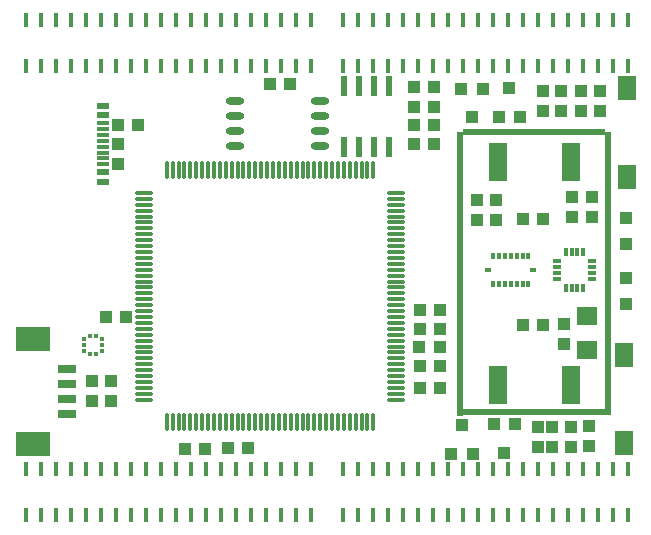
<source format=gtp>
G04*
G04 #@! TF.GenerationSoftware,Altium Limited,Altium Designer,24.4.1 (13)*
G04*
G04 Layer_Color=8421504*
%FSLAX44Y44*%
%MOMM*%
G71*
G04*
G04 #@! TF.SameCoordinates,9A945CEE-F102-44BA-A3C3-DB53B066AAF5*
G04*
G04*
G04 #@! TF.FilePolarity,Positive*
G04*
G01*
G75*
%ADD15R,1.0000X1.1000*%
%ADD16R,1.1400X0.6000*%
%ADD17R,1.1400X0.3000*%
%ADD18R,12.0000X0.5000*%
%ADD19R,1.6000X3.3000*%
%ADD20R,0.5000X12.0000*%
%ADD21R,3.0000X2.1000*%
%ADD22R,1.6000X0.8000*%
G04:AMPARAMS|DCode=23|XSize=0.38mm|YSize=0.35mm|CornerRadius=0.0158mm|HoleSize=0mm|Usage=FLASHONLY|Rotation=180.000|XOffset=0mm|YOffset=0mm|HoleType=Round|Shape=RoundedRectangle|*
%AMROUNDEDRECTD23*
21,1,0.3800,0.3185,0,0,180.0*
21,1,0.3485,0.3500,0,0,180.0*
1,1,0.0315,-0.1743,0.1593*
1,1,0.0315,0.1743,0.1593*
1,1,0.0315,0.1743,-0.1593*
1,1,0.0315,-0.1743,-0.1593*
%
%ADD23ROUNDEDRECTD23*%
%ADD24R,0.4500X1.2000*%
%ADD25O,1.6000X0.6000*%
%ADD26R,0.5900X1.7500*%
G04:AMPARAMS|DCode=27|XSize=1.47mm|YSize=0.28mm|CornerRadius=0.035mm|HoleSize=0mm|Usage=FLASHONLY|Rotation=180.000|XOffset=0mm|YOffset=0mm|HoleType=Round|Shape=RoundedRectangle|*
%AMROUNDEDRECTD27*
21,1,1.4700,0.2100,0,0,180.0*
21,1,1.4000,0.2800,0,0,180.0*
1,1,0.0700,-0.7000,0.1050*
1,1,0.0700,0.7000,0.1050*
1,1,0.0700,0.7000,-0.1050*
1,1,0.0700,-0.7000,-0.1050*
%
%ADD27ROUNDEDRECTD27*%
G04:AMPARAMS|DCode=28|XSize=1.47mm|YSize=0.28mm|CornerRadius=0.035mm|HoleSize=0mm|Usage=FLASHONLY|Rotation=90.000|XOffset=0mm|YOffset=0mm|HoleType=Round|Shape=RoundedRectangle|*
%AMROUNDEDRECTD28*
21,1,1.4700,0.2100,0,0,90.0*
21,1,1.4000,0.2800,0,0,90.0*
1,1,0.0700,0.1050,0.7000*
1,1,0.0700,0.1050,-0.7000*
1,1,0.0700,-0.1050,-0.7000*
1,1,0.0700,-0.1050,0.7000*
%
%ADD28ROUNDEDRECTD28*%
%ADD29R,1.1000X1.0000*%
%ADD30R,1.0000X1.0000*%
%ADD31R,1.5000X2.0000*%
%ADD32R,0.5900X0.3500*%
%ADD33R,0.3500X0.5900*%
%ADD34R,0.3000X0.7000*%
%ADD35R,0.7000X0.3000*%
%ADD36R,1.8000X1.6000*%
%ADD37R,1.1000X1.1000*%
D15*
X287750Y1320250D02*
D03*
Y1303250D02*
D03*
X663000Y1348250D02*
D03*
Y1365250D02*
D03*
X680000D02*
D03*
Y1348250D02*
D03*
X592250Y1255250D02*
D03*
Y1272250D02*
D03*
X608250Y1255250D02*
D03*
Y1272250D02*
D03*
X689250Y1258000D02*
D03*
Y1275000D02*
D03*
X672750Y1258000D02*
D03*
Y1275000D02*
D03*
X665750Y1150500D02*
D03*
Y1167500D02*
D03*
X695750Y1348250D02*
D03*
Y1365250D02*
D03*
X266250Y1119250D02*
D03*
Y1102250D02*
D03*
X282500Y1119250D02*
D03*
Y1102250D02*
D03*
X647500Y1365000D02*
D03*
Y1348000D02*
D03*
X671500Y1063750D02*
D03*
Y1080750D02*
D03*
X655750Y1063750D02*
D03*
Y1080750D02*
D03*
X686750Y1081250D02*
D03*
Y1064250D02*
D03*
X643250Y1080750D02*
D03*
Y1063750D02*
D03*
D16*
X275500Y1352250D02*
D03*
Y1344250D02*
D03*
Y1296250D02*
D03*
Y1288250D02*
D03*
D17*
Y1322750D02*
D03*
Y1327750D02*
D03*
Y1332750D02*
D03*
Y1337750D02*
D03*
Y1317750D02*
D03*
Y1312750D02*
D03*
Y1307750D02*
D03*
Y1302750D02*
D03*
D18*
X640000Y1093000D02*
D03*
X640611Y1330315D02*
D03*
D19*
X609500Y1115750D02*
D03*
X671500D02*
D03*
X609500Y1305000D02*
D03*
X671500D02*
D03*
D20*
X703255Y1269983D02*
D03*
X703161Y1150451D02*
D03*
X577450Y1269864D02*
D03*
X577431Y1150020D02*
D03*
D21*
X216250Y1066250D02*
D03*
Y1154750D02*
D03*
D22*
X245250Y1091750D02*
D03*
Y1104250D02*
D03*
Y1116750D02*
D03*
Y1129250D02*
D03*
D23*
X259350Y1145000D02*
D03*
Y1150000D02*
D03*
Y1155000D02*
D03*
X264500Y1157650D02*
D03*
X269500D02*
D03*
X274650Y1155000D02*
D03*
Y1150000D02*
D03*
Y1145000D02*
D03*
X269500Y1142350D02*
D03*
X264500D02*
D03*
D24*
X478700Y1045000D02*
D03*
X491400D02*
D03*
X504100D02*
D03*
X516800D02*
D03*
X554900D02*
D03*
X542200D02*
D03*
X529500D02*
D03*
X567600D02*
D03*
X580300D02*
D03*
X593000D02*
D03*
X605700D02*
D03*
X618400D02*
D03*
X656500D02*
D03*
X643800D02*
D03*
X631100D02*
D03*
X669200D02*
D03*
X681900D02*
D03*
X694600D02*
D03*
X707300D02*
D03*
X720000D02*
D03*
X478700Y1006000D02*
D03*
X491400D02*
D03*
X504100D02*
D03*
X516800D02*
D03*
X554900D02*
D03*
X542200D02*
D03*
X529500D02*
D03*
X567600D02*
D03*
X580300D02*
D03*
X593000D02*
D03*
X605700D02*
D03*
X618400D02*
D03*
X656500D02*
D03*
X643800D02*
D03*
X631100D02*
D03*
X669200D02*
D03*
X681900D02*
D03*
X694600D02*
D03*
X707300D02*
D03*
X720000D02*
D03*
X451350Y1005750D02*
D03*
X438650D02*
D03*
X425950D02*
D03*
X413250D02*
D03*
X400550D02*
D03*
X362450D02*
D03*
X375150D02*
D03*
X387850D02*
D03*
X349750D02*
D03*
X337050D02*
D03*
X324350D02*
D03*
X311650D02*
D03*
X298950D02*
D03*
X260850D02*
D03*
X273550D02*
D03*
X286250D02*
D03*
X248150D02*
D03*
X235450D02*
D03*
X222750D02*
D03*
X210050D02*
D03*
X451350Y1044750D02*
D03*
X438650D02*
D03*
X425950D02*
D03*
X413250D02*
D03*
X400550D02*
D03*
X362450D02*
D03*
X375150D02*
D03*
X387850D02*
D03*
X349750D02*
D03*
X337050D02*
D03*
X324350D02*
D03*
X311650D02*
D03*
X298950D02*
D03*
X260850D02*
D03*
X273550D02*
D03*
X286250D02*
D03*
X248150D02*
D03*
X235450D02*
D03*
X222750D02*
D03*
X210050D02*
D03*
X210000Y1425000D02*
D03*
X222700D02*
D03*
X235400D02*
D03*
X248100D02*
D03*
X286200D02*
D03*
X273500D02*
D03*
X260800D02*
D03*
X298900D02*
D03*
X311600D02*
D03*
X324300D02*
D03*
X337000D02*
D03*
X349700D02*
D03*
X387800D02*
D03*
X375100D02*
D03*
X362400D02*
D03*
X400500D02*
D03*
X413200D02*
D03*
X425900D02*
D03*
X438600D02*
D03*
X451300D02*
D03*
X210000Y1386000D02*
D03*
X222700D02*
D03*
X235400D02*
D03*
X248100D02*
D03*
X286200D02*
D03*
X273500D02*
D03*
X260800D02*
D03*
X298900D02*
D03*
X311600D02*
D03*
X324300D02*
D03*
X337000D02*
D03*
X349700D02*
D03*
X387800D02*
D03*
X375100D02*
D03*
X362400D02*
D03*
X400500D02*
D03*
X413200D02*
D03*
X425900D02*
D03*
X438600D02*
D03*
X451300D02*
D03*
X720000Y1386000D02*
D03*
X707300D02*
D03*
X694600D02*
D03*
X681900D02*
D03*
X669200D02*
D03*
X631100D02*
D03*
X643800D02*
D03*
X656500D02*
D03*
X618400D02*
D03*
X605700D02*
D03*
X593000D02*
D03*
X580300D02*
D03*
X567600D02*
D03*
X529500D02*
D03*
X542200D02*
D03*
X554900D02*
D03*
X516800D02*
D03*
X504100D02*
D03*
X491400D02*
D03*
X478700D02*
D03*
X720000Y1425000D02*
D03*
X707300D02*
D03*
X694600D02*
D03*
X681900D02*
D03*
X669200D02*
D03*
X631100D02*
D03*
X643800D02*
D03*
X656500D02*
D03*
X618400D02*
D03*
X605700D02*
D03*
X593000D02*
D03*
X580300D02*
D03*
X567600D02*
D03*
X529500D02*
D03*
X542200D02*
D03*
X554900D02*
D03*
X516800D02*
D03*
X504100D02*
D03*
X491400D02*
D03*
X478700D02*
D03*
D25*
X387000Y1356550D02*
D03*
Y1343850D02*
D03*
Y1331150D02*
D03*
Y1318450D02*
D03*
X459000D02*
D03*
Y1331150D02*
D03*
Y1343850D02*
D03*
Y1356550D02*
D03*
D26*
X479400Y1317800D02*
D03*
X492100D02*
D03*
X504800D02*
D03*
X517500D02*
D03*
Y1369500D02*
D03*
X504800D02*
D03*
X492100D02*
D03*
X479400D02*
D03*
D27*
X523451Y1103550D02*
D03*
Y1108549D02*
D03*
Y1113550D02*
D03*
Y1118549D02*
D03*
Y1123550D02*
D03*
Y1128549D02*
D03*
Y1133550D02*
D03*
Y1138549D02*
D03*
Y1143550D02*
D03*
Y1148549D02*
D03*
Y1153550D02*
D03*
Y1158549D02*
D03*
Y1163550D02*
D03*
Y1168549D02*
D03*
Y1173550D02*
D03*
Y1178549D02*
D03*
Y1183550D02*
D03*
Y1188549D02*
D03*
Y1193550D02*
D03*
Y1198549D02*
D03*
Y1203550D02*
D03*
Y1208549D02*
D03*
Y1213550D02*
D03*
Y1218549D02*
D03*
Y1223549D02*
D03*
Y1228550D02*
D03*
Y1233549D02*
D03*
Y1238550D02*
D03*
Y1243549D02*
D03*
Y1248550D02*
D03*
Y1253549D02*
D03*
Y1258550D02*
D03*
Y1263549D02*
D03*
Y1268550D02*
D03*
Y1273549D02*
D03*
Y1278550D02*
D03*
X310050D02*
D03*
Y1273549D02*
D03*
Y1268550D02*
D03*
Y1263549D02*
D03*
Y1258550D02*
D03*
Y1253549D02*
D03*
Y1248550D02*
D03*
Y1243549D02*
D03*
Y1238550D02*
D03*
Y1233549D02*
D03*
Y1228550D02*
D03*
Y1223549D02*
D03*
Y1218549D02*
D03*
Y1213550D02*
D03*
Y1208549D02*
D03*
Y1203550D02*
D03*
Y1198549D02*
D03*
Y1193550D02*
D03*
Y1188549D02*
D03*
Y1183550D02*
D03*
Y1178549D02*
D03*
Y1173550D02*
D03*
Y1168549D02*
D03*
Y1163550D02*
D03*
Y1158549D02*
D03*
Y1153550D02*
D03*
Y1148549D02*
D03*
Y1143550D02*
D03*
Y1138549D02*
D03*
Y1133550D02*
D03*
Y1128549D02*
D03*
Y1123550D02*
D03*
Y1118549D02*
D03*
Y1113550D02*
D03*
Y1108549D02*
D03*
Y1103550D02*
D03*
D28*
X329250Y1084349D02*
D03*
X334250D02*
D03*
X339250D02*
D03*
X344250D02*
D03*
X349250D02*
D03*
X354250D02*
D03*
X359250D02*
D03*
X364250D02*
D03*
X369250D02*
D03*
X374250D02*
D03*
X379250D02*
D03*
X384250D02*
D03*
X389250D02*
D03*
X394250D02*
D03*
X399251D02*
D03*
X404250D02*
D03*
X409250D02*
D03*
X414250D02*
D03*
X419250D02*
D03*
X424250D02*
D03*
X429250D02*
D03*
X434250D02*
D03*
X439250D02*
D03*
X444250D02*
D03*
X449250D02*
D03*
X454250D02*
D03*
X459250D02*
D03*
X464250D02*
D03*
X469250D02*
D03*
X474250D02*
D03*
X479250D02*
D03*
X484250D02*
D03*
X489250D02*
D03*
X494250D02*
D03*
X499250D02*
D03*
X504250D02*
D03*
Y1297750D02*
D03*
X499250D02*
D03*
X494250D02*
D03*
X489250D02*
D03*
X484250D02*
D03*
X479250D02*
D03*
X474250D02*
D03*
X469250D02*
D03*
X464250D02*
D03*
X459250D02*
D03*
X454250D02*
D03*
X449250D02*
D03*
X444250D02*
D03*
X439250D02*
D03*
X434250D02*
D03*
X429250D02*
D03*
X424250D02*
D03*
X419250D02*
D03*
X414250D02*
D03*
X409250D02*
D03*
X404250D02*
D03*
X399251D02*
D03*
X394250D02*
D03*
X389250D02*
D03*
X384250D02*
D03*
X379250D02*
D03*
X374250D02*
D03*
X369250D02*
D03*
X364250D02*
D03*
X359250D02*
D03*
X354250D02*
D03*
X349250D02*
D03*
X344250D02*
D03*
X339250D02*
D03*
X334250D02*
D03*
X329250D02*
D03*
D29*
X560499Y1131750D02*
D03*
X543500D02*
D03*
X381250Y1062250D02*
D03*
X398250D02*
D03*
X361750Y1062000D02*
D03*
X344750D02*
D03*
X543750Y1113750D02*
D03*
X560750D02*
D03*
X648250Y1256500D02*
D03*
X631250D02*
D03*
X433500Y1370750D02*
D03*
X416500D02*
D03*
X538250Y1335750D02*
D03*
X555250D02*
D03*
X555250Y1319750D02*
D03*
X538250D02*
D03*
X555750Y1368250D02*
D03*
X538750D02*
D03*
X538250Y1351750D02*
D03*
X555250D02*
D03*
X288250Y1336000D02*
D03*
X305250D02*
D03*
X294500Y1173750D02*
D03*
X277500D02*
D03*
X630500Y1167000D02*
D03*
X647500D02*
D03*
X560250Y1148500D02*
D03*
X543250D02*
D03*
X561000Y1163750D02*
D03*
X544000D02*
D03*
X560750Y1179750D02*
D03*
X543750D02*
D03*
D30*
X628250Y1343000D02*
D03*
X610250D02*
D03*
X619250Y1367000D02*
D03*
X615250Y1058750D02*
D03*
X624250Y1082750D02*
D03*
X606250D02*
D03*
X579250Y1081750D02*
D03*
X570250Y1057750D02*
D03*
X588250D02*
D03*
X587750Y1342500D02*
D03*
X596750Y1366500D02*
D03*
X578750D02*
D03*
D31*
X716750Y1141500D02*
D03*
Y1066500D02*
D03*
X719000Y1292000D02*
D03*
Y1367000D02*
D03*
D32*
X639650Y1213250D02*
D03*
X601350D02*
D03*
D33*
X635500Y1201600D02*
D03*
X630500D02*
D03*
X625500D02*
D03*
X620500D02*
D03*
X615500D02*
D03*
X610500D02*
D03*
X605500D02*
D03*
Y1224900D02*
D03*
X610500D02*
D03*
X615500D02*
D03*
X620500D02*
D03*
X625500D02*
D03*
X630500D02*
D03*
X635500D02*
D03*
D34*
X667000Y1228250D02*
D03*
X672000D02*
D03*
X677000D02*
D03*
X682000D02*
D03*
Y1198250D02*
D03*
X677000D02*
D03*
X672000D02*
D03*
X667000D02*
D03*
D35*
X689500Y1220750D02*
D03*
Y1215750D02*
D03*
Y1210750D02*
D03*
Y1205750D02*
D03*
X659500D02*
D03*
Y1210750D02*
D03*
Y1215750D02*
D03*
Y1220750D02*
D03*
D36*
X685500Y1174000D02*
D03*
Y1146000D02*
D03*
D37*
X717750Y1235500D02*
D03*
Y1257500D02*
D03*
X718500Y1206250D02*
D03*
X718500Y1184250D02*
D03*
M02*

</source>
